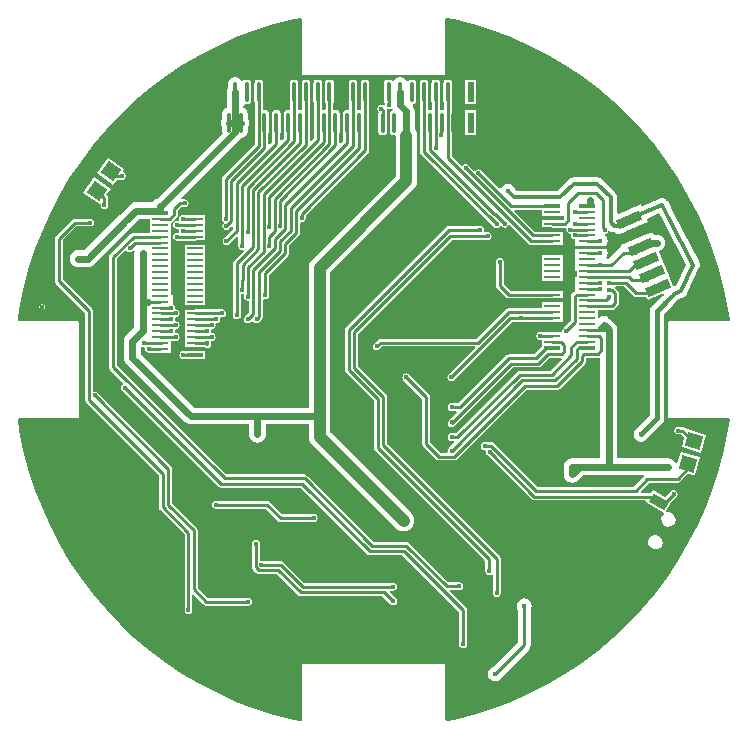
<source format=gtl>
%FSLAX44Y44*%
%MOMM*%
G71*
G01*
G75*
G04 Layer_Physical_Order=1*
G04 Layer_Color=255*
%ADD10R,1.3500X0.3000*%
%ADD11R,1.3500X0.2500*%
%ADD12R,0.5000X1.7000*%
G04:AMPARAMS|DCode=13|XSize=0.32mm|YSize=1.7mm|CornerRadius=0.08mm|HoleSize=0mm|Usage=FLASHONLY|Rotation=0.000|XOffset=0mm|YOffset=0mm|HoleType=Round|Shape=RoundedRectangle|*
%AMROUNDEDRECTD13*
21,1,0.3200,1.5400,0,0,0.0*
21,1,0.1600,1.7000,0,0,0.0*
1,1,0.1600,0.0800,-0.7700*
1,1,0.1600,-0.0800,-0.7700*
1,1,0.1600,-0.0800,0.7700*
1,1,0.1600,0.0800,0.7700*
%
%ADD13ROUNDEDRECTD13*%
G04:AMPARAMS|DCode=14|XSize=1.5mm|YSize=0.8mm|CornerRadius=0mm|HoleSize=0mm|Usage=FLASHONLY|Rotation=330.000|XOffset=0mm|YOffset=0mm|HoleType=Round|Shape=Rectangle|*
%AMROTATEDRECTD14*
4,1,4,-0.8495,0.0286,-0.4495,0.7214,0.8495,-0.0286,0.4495,-0.7214,-0.8495,0.0286,0.0*
%
%ADD14ROTATEDRECTD14*%

G04:AMPARAMS|DCode=15|XSize=1.5mm|YSize=1mm|CornerRadius=0mm|HoleSize=0mm|Usage=FLASHONLY|Rotation=240.000|XOffset=0mm|YOffset=0mm|HoleType=Round|Shape=Rectangle|*
%AMROTATEDRECTD15*
4,1,4,-0.0580,0.8995,0.8080,0.3995,0.0580,-0.8995,-0.8080,-0.3995,-0.0580,0.8995,0.0*
%
%ADD15ROTATEDRECTD15*%

G04:AMPARAMS|DCode=16|XSize=3mm|YSize=2.1mm|CornerRadius=0mm|HoleSize=0mm|Usage=FLASHONLY|Rotation=203.500|XOffset=0mm|YOffset=0mm|HoleType=Round|Shape=Rectangle|*
%AMROTATEDRECTD16*
4,1,4,0.9569,1.5610,1.7943,-0.3648,-0.9569,-1.5610,-1.7943,0.3648,0.9569,1.5610,0.0*
%
%ADD16ROTATEDRECTD16*%

G04:AMPARAMS|DCode=17|XSize=2.1mm|YSize=0.8mm|CornerRadius=0mm|HoleSize=0mm|Usage=FLASHONLY|Rotation=203.500|XOffset=0mm|YOffset=0mm|HoleType=Round|Shape=Rectangle|*
%AMROTATEDRECTD17*
4,1,4,0.8034,0.7855,1.1224,0.0519,-0.8034,-0.7855,-1.1224,-0.0519,0.8034,0.7855,0.0*
%
%ADD17ROTATEDRECTD17*%

G04:AMPARAMS|DCode=18|XSize=1.2954mm|YSize=1.1938mm|CornerRadius=0mm|HoleSize=0mm|Usage=FLASHONLY|Rotation=344.000|XOffset=0mm|YOffset=0mm|HoleType=Round|Shape=Rectangle|*
%AMROTATEDRECTD18*
4,1,4,-0.7871,-0.3952,-0.4581,0.7523,0.7871,0.3952,0.4581,-0.7523,-0.7871,-0.3952,0.0*
%
%ADD18ROTATEDRECTD18*%

G04:AMPARAMS|DCode=19|XSize=1.2954mm|YSize=1.1938mm|CornerRadius=0mm|HoleSize=0mm|Usage=FLASHONLY|Rotation=325.000|XOffset=0mm|YOffset=0mm|HoleType=Round|Shape=Rectangle|*
%AMROTATEDRECTD19*
4,1,4,-0.8729,-0.1175,-0.1882,0.8605,0.8729,0.1175,0.1882,-0.8605,-0.8729,-0.1175,0.0*
%
%ADD19ROTATEDRECTD19*%

%ADD20C,0.6000*%
%ADD21C,0.2540*%
%ADD22C,1.0000*%
%ADD23C,0.4000*%
%ADD24C,0.3000*%
G04:AMPARAMS|DCode=25|XSize=4mm|YSize=4mm|CornerRadius=2mm|HoleSize=0mm|Usage=FLASHONLY|Rotation=0.000|XOffset=0mm|YOffset=0mm|HoleType=Round|Shape=RoundedRectangle|*
%AMROUNDEDRECTD25*
21,1,4.0000,0.0000,0,0,0.0*
21,1,0.0000,4.0000,0,0,0.0*
1,1,4.0000,0.0000,0.0000*
1,1,4.0000,0.0000,0.0000*
1,1,4.0000,0.0000,0.0000*
1,1,4.0000,0.0000,0.0000*
%
%ADD25ROUNDEDRECTD25*%
%ADD26C,0.0254*%
%ADD27C,0.4500*%
G36*
X-60698Y297114D02*
Y250000D01*
X-60494Y249506D01*
X-60000Y249302D01*
X60000D01*
X60494Y249506D01*
X60698Y250000D01*
Y297114D01*
X61680Y297919D01*
X67724Y296717D01*
X84254Y292453D01*
X100520Y287269D01*
X116469Y281181D01*
X132051Y274208D01*
X147219Y266372D01*
X161923Y257699D01*
X176117Y248214D01*
X189758Y237949D01*
X202801Y226935D01*
X215206Y215206D01*
X226935Y202801D01*
X237949Y189758D01*
X248214Y176117D01*
X257699Y161923D01*
X266372Y147219D01*
X274208Y132051D01*
X281181Y116469D01*
X287269Y100520D01*
X292453Y84254D01*
X296717Y67724D01*
X300048Y50980D01*
X301364Y41657D01*
X300531Y40698D01*
X250000D01*
X249506Y40494D01*
X249302Y40000D01*
Y-40000D01*
X249506Y-40494D01*
X250000Y-40698D01*
X300531D01*
X301364Y-41657D01*
X300048Y-50980D01*
X296717Y-67724D01*
X292453Y-84254D01*
X287269Y-100520D01*
X281181Y-116469D01*
X274208Y-132051D01*
X266372Y-147219D01*
X257699Y-161923D01*
X248214Y-176117D01*
X237949Y-189758D01*
X226935Y-202801D01*
X215206Y-215206D01*
X202801Y-226935D01*
X189758Y-237949D01*
X176117Y-248214D01*
X161923Y-257699D01*
X147219Y-266372D01*
X132051Y-274208D01*
X116469Y-281181D01*
X100520Y-287269D01*
X84254Y-292453D01*
X67724Y-296717D01*
X61680Y-297919D01*
X60698Y-297114D01*
Y-250000D01*
X60494Y-249506D01*
X60000Y-249302D01*
X-60000D01*
X-60494Y-249506D01*
X-60698Y-250000D01*
Y-297114D01*
X-61680Y-297919D01*
X-67724Y-296717D01*
X-84254Y-292453D01*
X-100520Y-287269D01*
X-116469Y-281181D01*
X-132051Y-274208D01*
X-147219Y-266372D01*
X-161923Y-257699D01*
X-176117Y-248214D01*
X-189758Y-237949D01*
X-202801Y-226935D01*
X-215206Y-215206D01*
X-226935Y-202801D01*
X-237949Y-189758D01*
X-248214Y-176117D01*
X-257699Y-161923D01*
X-266372Y-147219D01*
X-274208Y-132051D01*
X-281181Y-116469D01*
X-287269Y-100520D01*
X-292453Y-84254D01*
X-296717Y-67724D01*
X-300048Y-50980D01*
X-301364Y-41657D01*
X-300531Y-40698D01*
X-250000D01*
X-249506Y-40494D01*
X-249302Y-40000D01*
Y40000D01*
X-249506Y40494D01*
X-250000Y40698D01*
X-300531D01*
X-301364Y41657D01*
X-300048Y50980D01*
X-296717Y67724D01*
X-292453Y84254D01*
X-287269Y100520D01*
X-281181Y116469D01*
X-274208Y132051D01*
X-266372Y147219D01*
X-257699Y161923D01*
X-248214Y176117D01*
X-237949Y189758D01*
X-226935Y202801D01*
X-215206Y215206D01*
X-202801Y226935D01*
X-189758Y237949D01*
X-176117Y248214D01*
X-161923Y257699D01*
X-147219Y266372D01*
X-132051Y274208D01*
X-116469Y281181D01*
X-100520Y287269D01*
X-84254Y292453D01*
X-67724Y296717D01*
X-61680Y297919D01*
X-60698Y297114D01*
D02*
G37*
%LPC*%
G36*
X160000Y56750D02*
X142500D01*
Y51834D01*
X114279D01*
X113004Y51580D01*
X111922Y50858D01*
X87259Y26194D01*
X5789D01*
X4514Y25940D01*
X3432Y25217D01*
X182Y21968D01*
X-540Y20886D01*
X-794Y19611D01*
X-540Y18335D01*
X182Y17253D01*
X1264Y16530D01*
X2540Y16277D01*
X3816Y16530D01*
X4897Y17253D01*
X7170Y19526D01*
X85351D01*
X85837Y18353D01*
X63393Y-4092D01*
X62670Y-5174D01*
X62416Y-6450D01*
X62670Y-7726D01*
X63393Y-8808D01*
X64474Y-9530D01*
X65750Y-9784D01*
X67026Y-9530D01*
X68108Y-8808D01*
X117081Y40166D01*
X151250D01*
X151673Y40250D01*
X160000D01*
Y45250D01*
Y50250D01*
Y56750D01*
D02*
G37*
G36*
X261206Y-48338D02*
X257810D01*
X256534Y-48592D01*
X255452Y-49315D01*
X254730Y-50397D01*
X254476Y-51673D01*
X254730Y-52948D01*
X255452Y-54030D01*
X256534Y-54753D01*
X257810Y-55006D01*
X259825D01*
X263085Y-58266D01*
X260939Y-65751D01*
X277236Y-70424D01*
X281629Y-55104D01*
X265332Y-50431D01*
X265332Y-50430D01*
X265332Y-50430D01*
X264814Y-50565D01*
X263564Y-49315D01*
X262482Y-48592D01*
X261206Y-48338D01*
D02*
G37*
G36*
X-142500Y15750D02*
X-160000D01*
Y15584D01*
X-161290D01*
X-162566Y15330D01*
X-163647Y14607D01*
X-164370Y13526D01*
X-164624Y12250D01*
X-164370Y10974D01*
X-163647Y9893D01*
X-162566Y9170D01*
X-161290Y8916D01*
X-160000D01*
Y8750D01*
X-142500D01*
Y15750D01*
D02*
G37*
G36*
X-280670Y55736D02*
X-281587Y55554D01*
X-282364Y55034D01*
X-282884Y54257D01*
X-283066Y53340D01*
X-282884Y52423D01*
X-282364Y51646D01*
X-281587Y51126D01*
X-280670Y50944D01*
X-279753Y51126D01*
X-278976Y51646D01*
X-278456Y52423D01*
X-278274Y53340D01*
X-278456Y54257D01*
X-278976Y55034D01*
X-279753Y55554D01*
X-280670Y55736D01*
D02*
G37*
G36*
X-128445Y50834D02*
X-151250D01*
X-151673Y50750D01*
X-160000D01*
Y44250D01*
Y39250D01*
Y34250D01*
Y29250D01*
Y24250D01*
Y19250D01*
X-151673D01*
X-151250Y19166D01*
X-143228D01*
X-142246Y18510D01*
X-140970Y18256D01*
X-139694Y18510D01*
X-138612Y19232D01*
X-137890Y20314D01*
X-137636Y21590D01*
X-137890Y22866D01*
X-138010Y23046D01*
X-137411Y24166D01*
X-137160D01*
X-135884Y24420D01*
X-134803Y25143D01*
X-134080Y26224D01*
X-133826Y27500D01*
X-134080Y28776D01*
X-134803Y29857D01*
X-135884Y30580D01*
X-137160Y30834D01*
X-137890Y31224D01*
X-137890D01*
X-137636Y32500D01*
X-137890Y33776D01*
X-137890Y33776D01*
D01*
X-137160Y34166D01*
X-135884Y34420D01*
X-134803Y35143D01*
X-134080Y36224D01*
X-133826Y37500D01*
X-134080Y38776D01*
X-134080Y38776D01*
D01*
X-133270Y39166D01*
X-131994Y39420D01*
X-130913Y40142D01*
X-130190Y41224D01*
X-129936Y42500D01*
X-130072Y43184D01*
X-129266Y44166D01*
X-128445D01*
X-127169Y44420D01*
X-126088Y45142D01*
X-125365Y46224D01*
X-125111Y47500D01*
X-125365Y48776D01*
X-126088Y49858D01*
X-127169Y50580D01*
X-128445Y50834D01*
D02*
G37*
G36*
X-89994Y-111066D02*
X-133740D01*
X-135015Y-111320D01*
X-136097Y-112043D01*
X-136820Y-113124D01*
X-137074Y-114400D01*
X-136820Y-115676D01*
X-136097Y-116757D01*
X-135015Y-117480D01*
X-133740Y-117734D01*
X-91375D01*
X-81021Y-128088D01*
X-81021D01*
X-81021Y-128088D01*
X-81021Y-128088D01*
Y-128088D01*
X-79940Y-128810D01*
X-78664Y-129064D01*
X-50800D01*
X-49524Y-128810D01*
X-48443Y-128088D01*
X-47720Y-127006D01*
X-47466Y-125730D01*
X-47720Y-124454D01*
X-48443Y-123372D01*
X-49524Y-122650D01*
X-50800Y-122396D01*
X-77283D01*
X-87636Y-112043D01*
X-88718Y-111320D01*
X-89994Y-111066D01*
D02*
G37*
G36*
X-240030Y127794D02*
X-253170D01*
X-254446Y127540D01*
X-255527Y126818D01*
X-269058Y113287D01*
X-269780Y112206D01*
X-270034Y110930D01*
Y75120D01*
X-269780Y73844D01*
X-269058Y72762D01*
X-269058Y72762D01*
X-269058Y72762D01*
X-244094Y47799D01*
Y-25924D01*
X-243840Y-27200D01*
X-243118Y-28282D01*
X-181723Y-89676D01*
Y-116482D01*
X-181470Y-117758D01*
X-180747Y-118840D01*
X-180747Y-118840D01*
X-180747Y-118840D01*
X-160211Y-139375D01*
Y-203803D01*
X-159957Y-205079D01*
X-159235Y-206160D01*
X-158153Y-206883D01*
X-156877Y-207137D01*
X-155601Y-206883D01*
X-154520Y-206160D01*
X-153797Y-205079D01*
X-153543Y-203803D01*
Y-191309D01*
X-152370Y-190823D01*
X-144366Y-198827D01*
X-143285Y-199549D01*
X-143284Y-199549D01*
X-143284Y-199549D01*
D01*
X-143284Y-199549D01*
X-143284Y-199549D01*
X-142008Y-199803D01*
X-106221D01*
X-104945Y-199549D01*
X-103863Y-198827D01*
X-103140Y-197745D01*
X-102886Y-196469D01*
X-103140Y-195193D01*
X-103863Y-194111D01*
X-104945Y-193389D01*
X-106221Y-193135D01*
X-140627D01*
X-149003Y-184759D01*
Y-136114D01*
X-149257Y-134838D01*
X-149980Y-133756D01*
X-170515Y-113221D01*
Y-84301D01*
X-170769Y-83025D01*
X-171492Y-81944D01*
X-233862Y-19573D01*
X-234944Y-18850D01*
X-236220Y-18596D01*
X-236444Y-18641D01*
X-237426Y-17835D01*
Y49180D01*
X-237680Y50456D01*
X-238403Y51537D01*
X-263366Y76501D01*
Y109549D01*
X-251789Y121126D01*
X-240030D01*
X-238754Y121380D01*
X-237673Y122102D01*
X-236950Y123184D01*
X-236696Y124460D01*
X-236950Y125736D01*
X-237673Y126818D01*
X-238754Y127540D01*
X-240030Y127794D01*
D02*
G37*
G36*
X127381Y-193825D02*
X124942Y-194310D01*
X122875Y-195692D01*
X121494Y-197759D01*
X121009Y-200198D01*
X121494Y-202637D01*
X122008Y-203406D01*
Y-231117D01*
X101494Y-251631D01*
X100587Y-251811D01*
X98519Y-253193D01*
X97138Y-255260D01*
X96653Y-257699D01*
X97138Y-260137D01*
X98519Y-262205D01*
X100587Y-263586D01*
X103025Y-264071D01*
X105464Y-263586D01*
X107531Y-262205D01*
X108913Y-260137D01*
X109093Y-259230D01*
X131180Y-237142D01*
X131180Y-237143D01*
X131180Y-237142D01*
X132345Y-235399D01*
X132754Y-233343D01*
Y-203406D01*
X133268Y-202637D01*
X133753Y-200198D01*
X133268Y-197759D01*
X131887Y-195692D01*
X129820Y-194310D01*
X127381Y-193825D01*
D02*
G37*
G36*
X-99790Y-143986D02*
X-101066Y-144240D01*
X-102148Y-144963D01*
X-102870Y-146044D01*
X-103124Y-147320D01*
Y-166980D01*
X-102870Y-168256D01*
X-102148Y-169338D01*
X-102148Y-169338D01*
X-102148Y-169338D01*
X-99488Y-171998D01*
X-98406Y-172720D01*
X-97130Y-172974D01*
X-82072D01*
X-64366Y-190680D01*
D01*
X-64366D01*
Y-190680D01*
D01*
X-64366D01*
Y-190680D01*
X-64366D01*
X-64366Y-190680D01*
Y-190680D01*
X-64366Y-190680D01*
Y-190680D01*
X-63284Y-191403D01*
X-62008Y-191657D01*
X7283D01*
X13993Y-198367D01*
X15075Y-199090D01*
X16351Y-199343D01*
X17626Y-199090D01*
X18708Y-198367D01*
X19431Y-197285D01*
X19684Y-196010D01*
X19431Y-194734D01*
X18708Y-193652D01*
X13346Y-188290D01*
X13832Y-187117D01*
X16351D01*
X17626Y-186863D01*
X18708Y-186140D01*
X19431Y-185059D01*
X19684Y-183783D01*
X19431Y-182507D01*
X18708Y-181425D01*
X17626Y-180702D01*
X16351Y-180449D01*
X-58747D01*
X-76453Y-162743D01*
X-77535Y-162020D01*
X-78811Y-161766D01*
X-95250D01*
X-95474Y-161810D01*
X-96456Y-161005D01*
Y-147320D01*
X-96710Y-146044D01*
X-97432Y-144963D01*
X-98514Y-144240D01*
X-99790Y-143986D01*
D02*
G37*
G36*
X239256Y-140077D02*
X236875Y-140234D01*
X234734Y-141289D01*
X233160Y-143084D01*
X232393Y-145344D01*
X232549Y-147726D01*
X233605Y-149867D01*
X235399Y-151441D01*
X237659Y-152208D01*
X240041Y-152052D01*
X242182Y-150996D01*
X243756Y-149201D01*
X244523Y-146941D01*
X244367Y-144559D01*
X243311Y-142419D01*
X241517Y-140845D01*
X239256Y-140077D01*
D02*
G37*
G36*
X90170Y121444D02*
X63429D01*
X62154Y121190D01*
X61072Y120468D01*
X-23407Y35988D01*
X-24130Y34906D01*
X-24384Y33630D01*
Y-190D01*
X-24130Y-1465D01*
X-23407Y-2547D01*
X-23407Y-2547D01*
X-23407Y-2547D01*
X161Y-26116D01*
Y-66167D01*
X415Y-67443D01*
X1138Y-68524D01*
X1138Y-68524D01*
X1138Y-68524D01*
X94456Y-161843D01*
Y-170609D01*
X94710Y-171885D01*
X95433Y-172967D01*
X96514Y-173690D01*
X97790Y-173944D01*
X99066Y-173690D01*
X99686Y-173276D01*
X100806Y-173874D01*
Y-189175D01*
X101060Y-190451D01*
X101783Y-191533D01*
X102864Y-192256D01*
X104140Y-192509D01*
X105416Y-192256D01*
X106497Y-191533D01*
X107220Y-190451D01*
X107474Y-189175D01*
Y-160391D01*
X107220Y-159115D01*
X106497Y-158034D01*
X11369Y-62905D01*
Y-22854D01*
X11116Y-21579D01*
X10393Y-20497D01*
X-13176Y3072D01*
Y30369D01*
X66151Y109696D01*
X96425D01*
X97700Y109950D01*
X98782Y110673D01*
X99505Y111754D01*
X99759Y113030D01*
X99505Y114306D01*
X98782Y115387D01*
X97700Y116110D01*
X96425Y116364D01*
X94158D01*
X93352Y117346D01*
X93504Y118110D01*
X93250Y119386D01*
X92528Y120468D01*
X91446Y121190D01*
X90170Y121444D01*
D02*
G37*
G36*
X-6700Y245555D02*
X-8300D01*
X-9392Y245338D01*
X-10319Y244719D01*
X-10938Y243792D01*
X-11155Y242700D01*
Y227300D01*
X-10938Y226208D01*
X-10834Y226053D01*
Y220266D01*
X-11700Y219555D01*
X-13300D01*
X-14166Y220266D01*
Y226053D01*
X-14062Y226208D01*
X-13845Y227300D01*
Y242700D01*
X-14062Y243792D01*
X-14681Y244719D01*
X-15608Y245338D01*
X-16700Y245555D01*
X-18300D01*
X-19392Y245338D01*
X-20319Y244719D01*
X-20938Y243792D01*
X-21155Y242700D01*
Y227300D01*
X-20938Y226208D01*
X-20834Y226053D01*
Y220266D01*
X-21700Y219555D01*
X-23300D01*
X-24392Y219338D01*
X-25319Y218719D01*
X-25938Y217792D01*
X-26155Y216700D01*
Y201300D01*
X-25938Y200208D01*
X-25834Y200053D01*
Y193285D01*
X-27993Y191126D01*
X-29166Y191612D01*
Y200053D01*
X-29062Y200208D01*
X-28845Y201300D01*
Y216700D01*
X-29062Y217792D01*
X-29681Y218719D01*
X-30608Y219338D01*
X-31700Y219555D01*
X-33300D01*
X-34166Y220266D01*
Y226053D01*
X-34062Y226208D01*
X-33845Y227300D01*
Y242700D01*
X-34062Y243792D01*
X-34681Y244719D01*
X-35608Y245338D01*
X-36700Y245555D01*
X-38300D01*
X-39392Y245338D01*
X-40319Y244719D01*
X-40938Y243792D01*
X-41155Y242700D01*
Y227300D01*
X-40938Y226208D01*
X-40834Y226053D01*
Y220266D01*
X-41700Y219555D01*
X-43300D01*
X-44166Y220266D01*
Y226053D01*
X-44062Y226208D01*
X-43845Y227300D01*
Y242700D01*
X-44062Y243792D01*
X-44681Y244719D01*
X-45608Y245338D01*
X-46700Y245555D01*
X-48300D01*
X-49392Y245338D01*
X-50319Y244719D01*
X-50938Y243792D01*
X-51155Y242700D01*
Y227300D01*
X-50938Y226208D01*
X-50834Y226053D01*
Y195363D01*
X-52993Y193204D01*
X-54166Y193690D01*
Y226053D01*
X-54062Y226208D01*
X-53845Y227300D01*
Y242700D01*
X-54062Y243792D01*
X-54681Y244719D01*
X-55608Y245338D01*
X-56700Y245555D01*
X-58300D01*
X-59392Y245338D01*
X-60319Y244719D01*
X-60938Y243792D01*
X-61155Y242700D01*
Y227300D01*
X-60938Y226208D01*
X-60834Y226053D01*
Y220266D01*
X-61700Y219555D01*
X-63300D01*
X-64166Y220266D01*
Y226053D01*
X-64062Y226208D01*
X-63845Y227300D01*
Y242700D01*
X-64062Y243792D01*
X-64681Y244719D01*
X-65607Y245338D01*
X-66700Y245555D01*
X-68300D01*
X-69392Y245338D01*
X-70319Y244719D01*
X-70938Y243792D01*
X-71155Y242700D01*
Y227300D01*
X-70938Y226208D01*
X-70834Y226053D01*
Y220266D01*
X-71700Y219555D01*
X-73300D01*
X-74392Y219338D01*
X-75319Y218719D01*
X-75938Y217792D01*
X-76155Y216700D01*
Y201300D01*
X-75938Y200208D01*
X-75834Y200053D01*
Y196045D01*
X-77993Y193886D01*
X-79166Y194372D01*
Y200053D01*
X-79062Y200208D01*
X-78845Y201300D01*
Y216700D01*
X-79062Y217792D01*
X-79681Y218719D01*
X-80608Y219338D01*
X-81700Y219555D01*
X-83300D01*
X-84392Y219338D01*
X-85319Y218719D01*
X-85938Y217792D01*
X-86155Y216700D01*
Y201300D01*
X-85938Y200208D01*
X-85834Y200053D01*
Y192465D01*
X-87993Y190307D01*
X-89166Y190793D01*
Y200053D01*
X-89062Y200208D01*
X-88845Y201300D01*
Y216700D01*
X-89062Y217792D01*
X-89681Y218719D01*
X-90607Y219338D01*
X-91700Y219555D01*
X-93300D01*
X-94166Y220266D01*
Y226053D01*
X-94062Y226208D01*
X-93845Y227300D01*
Y242700D01*
X-94062Y243792D01*
X-94681Y244719D01*
X-95608Y245338D01*
X-96700Y245555D01*
X-98300D01*
X-99392Y245338D01*
X-100319Y244719D01*
X-100938Y243792D01*
X-101155Y242700D01*
Y227300D01*
X-100938Y226208D01*
X-100834Y226053D01*
Y190306D01*
X-127388Y163753D01*
X-128110Y162671D01*
X-128364Y161395D01*
Y127761D01*
X-128110Y126485D01*
X-127388Y125403D01*
X-127197Y125276D01*
X-127073Y124013D01*
X-127098Y123988D01*
X-127821Y122906D01*
X-128074Y121630D01*
X-127821Y120354D01*
X-127098Y119273D01*
X-126016Y118550D01*
X-124740Y118296D01*
X-123464Y118550D01*
X-122383Y119273D01*
X-120457Y121198D01*
X-119284Y120712D01*
Y118906D01*
X-127063Y111127D01*
X-127785Y110045D01*
X-128039Y108770D01*
X-127785Y107494D01*
X-127063Y106412D01*
X-125981Y105689D01*
X-124705Y105436D01*
X-123429Y105689D01*
X-122347Y106412D01*
X-115917Y112842D01*
X-114744Y112356D01*
Y104637D01*
X-114490Y103362D01*
X-113767Y102280D01*
X-112686Y101557D01*
X-111410Y101303D01*
X-110737Y101437D01*
X-110138Y100317D01*
X-118225Y92230D01*
X-118948Y91148D01*
X-119202Y89872D01*
Y45964D01*
X-118948Y44688D01*
X-118225Y43606D01*
X-117143Y42883D01*
X-115868Y42629D01*
X-114592Y42883D01*
X-113510Y43606D01*
X-112787Y44688D01*
X-112534Y45964D01*
Y63829D01*
X-111552Y64635D01*
X-111183Y64562D01*
X-110806Y64637D01*
X-109824Y63831D01*
Y61761D01*
X-109570Y60486D01*
X-108848Y59404D01*
X-107766Y58681D01*
X-106490Y58428D01*
X-106266Y58472D01*
X-105284Y57666D01*
Y48421D01*
X-108848Y44858D01*
X-109570Y43776D01*
X-109824Y42500D01*
X-109570Y41224D01*
X-108848Y40142D01*
X-107766Y39420D01*
X-106490Y39166D01*
X-105214Y39420D01*
X-104132Y40142D01*
X-103213Y41062D01*
X-101949Y40938D01*
X-101418Y40142D01*
X-100336Y39420D01*
X-99060Y39166D01*
X-97784Y39420D01*
X-96702Y40142D01*
X-95052Y41792D01*
X-94330Y42874D01*
X-94076Y44150D01*
Y59130D01*
X-93094Y59936D01*
X-92040Y59726D01*
X-90764Y59980D01*
X-89682Y60703D01*
X-88960Y61784D01*
X-88706Y63060D01*
Y80169D01*
X-72382Y96493D01*
X-71660Y97574D01*
X-71406Y98850D01*
Y105269D01*
X-63414Y113261D01*
X-62691Y114343D01*
X-62691Y114343D01*
X-62691Y114343D01*
X-62437Y115619D01*
Y124229D01*
X-61456Y125035D01*
X-60960Y124936D01*
X-59684Y125190D01*
X-58602Y125913D01*
X-57880Y126994D01*
X-57626Y128270D01*
Y130699D01*
X-5142Y183183D01*
X-5142Y183183D01*
X-5142Y183183D01*
X-4420Y184264D01*
X-4166Y185540D01*
Y226053D01*
X-4062Y226208D01*
X-3845Y227300D01*
Y242700D01*
X-4062Y243792D01*
X-4681Y244719D01*
X-5608Y245338D01*
X-6700Y245555D01*
D02*
G37*
G36*
X86500Y219500D02*
X77500D01*
Y198500D01*
X86500D01*
Y219500D01*
D02*
G37*
G36*
X-225237Y179096D02*
X-234379Y166040D01*
X-220491Y156316D01*
X-217491Y160601D01*
X-213317D01*
X-212041Y160855D01*
X-210960Y161577D01*
X-210237Y162659D01*
X-209983Y163935D01*
X-210237Y165211D01*
X-210960Y166292D01*
X-211939Y166947D01*
X-212173Y168195D01*
X-211350Y169372D01*
X-225237Y179096D01*
D02*
G37*
G36*
X23300Y247594D02*
X21700D01*
X19827Y247222D01*
X18239Y246161D01*
X17179Y244573D01*
X17098Y244168D01*
X15852Y243920D01*
X15319Y244719D01*
X14392Y245338D01*
X13300Y245555D01*
X11700D01*
X10608Y245338D01*
X9681Y244719D01*
X9062Y243792D01*
X8845Y242700D01*
Y227300D01*
X9062Y226208D01*
X9166Y226053D01*
Y223977D01*
X8399Y223567D01*
X7909Y223470D01*
X7601Y223676D01*
X6326Y223930D01*
X5050Y223676D01*
X3968Y222953D01*
X3245Y221871D01*
X2991Y220595D01*
X3245Y219320D01*
X3968Y218238D01*
X4166Y218040D01*
Y217947D01*
X4062Y217792D01*
X3845Y216700D01*
Y201300D01*
X4062Y200208D01*
X4681Y199281D01*
X5608Y198662D01*
X6700Y198445D01*
X8300D01*
X9392Y198662D01*
X10319Y199281D01*
X10938Y200208D01*
X11155Y201300D01*
Y216700D01*
X10938Y217792D01*
X10834Y217947D01*
Y219421D01*
X10789Y219650D01*
X11687Y220548D01*
X12500Y220386D01*
X13776Y220640D01*
X14825Y221341D01*
X14943Y221305D01*
X16237Y220441D01*
X15652Y219346D01*
X15608Y219338D01*
X14681Y218719D01*
X14062Y217792D01*
X13845Y216700D01*
Y201300D01*
X14062Y200208D01*
X14681Y199281D01*
X15608Y198662D01*
X16700Y198445D01*
X18300D01*
X18300Y198445D01*
D01*
X18422Y198120D01*
Y163340D01*
X-52139Y92779D01*
X-53582Y90899D01*
X-54488Y88709D01*
X-54798Y86360D01*
Y-32310D01*
X-152015D01*
X-197410Y13084D01*
Y19291D01*
X-196290Y19890D01*
X-195586Y19420D01*
X-194414Y19187D01*
X-193709Y18131D01*
X-193834Y17500D01*
X-193580Y16224D01*
X-192857Y15143D01*
X-191776Y14420D01*
X-190500Y14166D01*
X-180750D01*
X-180327Y14250D01*
X-172000D01*
Y19250D01*
Y24166D01*
X-167640D01*
X-166364Y24420D01*
X-165282Y25143D01*
X-164560Y26224D01*
X-164306Y27500D01*
X-164560Y28776D01*
X-165282Y29857D01*
X-166364Y30580D01*
X-167640Y30834D01*
X-168440Y31224D01*
X-168440D01*
X-168186Y32500D01*
X-168440Y33776D01*
X-168440Y33776D01*
D01*
X-167640Y34166D01*
X-166364Y34420D01*
X-165282Y35143D01*
X-164560Y36224D01*
X-164306Y37500D01*
X-164560Y38776D01*
X-165282Y39857D01*
X-166364Y40580D01*
X-167640Y40834D01*
X-168440Y41224D01*
X-168440D01*
X-168186Y42500D01*
X-168440Y43776D01*
X-168440Y43776D01*
D01*
X-167640Y44166D01*
X-166364Y44420D01*
X-165282Y45142D01*
X-164560Y46224D01*
X-164306Y47500D01*
X-164560Y48776D01*
X-165282Y49858D01*
X-166364Y50580D01*
X-167640Y50834D01*
X-168440Y51224D01*
X-168440D01*
X-168186Y52500D01*
X-168440Y53776D01*
X-169163Y54858D01*
X-170000Y55417D01*
Y62750D01*
X-172000D01*
Y64250D01*
Y69250D01*
Y74250D01*
Y79250D01*
Y84250D01*
Y89250D01*
Y94250D01*
Y99250D01*
Y104250D01*
Y109250D01*
Y114250D01*
Y119250D01*
Y124250D01*
Y124309D01*
X-171444Y124420D01*
X-170362Y125142D01*
X-166553Y128953D01*
X-165830Y130034D01*
X-165576Y131310D01*
Y134644D01*
X-162820Y137400D01*
X-159932D01*
X-158657Y137654D01*
X-157575Y138377D01*
X-156852Y139459D01*
X-156598Y140735D01*
X-156852Y142010D01*
X-157575Y143092D01*
X-158657Y143815D01*
X-159932Y144068D01*
X-162799D01*
X-163285Y145242D01*
X-112507Y196020D01*
X-112211Y196406D01*
X-111700D01*
X-109827Y196779D01*
X-108239Y197839D01*
X-107178Y199427D01*
X-106806Y201300D01*
Y204922D01*
X-106385Y205470D01*
X-105680Y207173D01*
X-105440Y209000D01*
X-105680Y210827D01*
X-106385Y212530D01*
X-106806Y213078D01*
Y216700D01*
X-107178Y218573D01*
X-108239Y220161D01*
X-109827Y221222D01*
X-110440Y221343D01*
Y223095D01*
X-109392Y224662D01*
X-108300Y224445D01*
X-106700D01*
X-105607Y224662D01*
X-104681Y225281D01*
X-104062Y226208D01*
X-103845Y227300D01*
Y242700D01*
X-104062Y243792D01*
X-104681Y244719D01*
X-105607Y245338D01*
X-106700Y245555D01*
X-108300D01*
X-109392Y245338D01*
X-110319Y244719D01*
X-110852Y243920D01*
X-112098Y244168D01*
X-112178Y244573D01*
X-113239Y246161D01*
X-114827Y247222D01*
X-116700Y247594D01*
X-118300D01*
X-120173Y247222D01*
X-121761Y246161D01*
X-122821Y244573D01*
X-123194Y242700D01*
Y239078D01*
X-123614Y238530D01*
X-124320Y236827D01*
X-124560Y235000D01*
Y221343D01*
X-125173Y221222D01*
X-126761Y220161D01*
X-127821Y218573D01*
X-128194Y216700D01*
Y213078D01*
X-128614Y212530D01*
X-129320Y210827D01*
X-129560Y209000D01*
X-129320Y207173D01*
X-128614Y205470D01*
X-128194Y204922D01*
Y201300D01*
X-128028Y200468D01*
X-183721Y144776D01*
X-184280Y144544D01*
X-185742Y143422D01*
X-186864Y141960D01*
X-186980Y141680D01*
X-201478D01*
X-203305Y141440D01*
X-205008Y140735D01*
X-206470Y139612D01*
X-214860Y131222D01*
X-245042Y101040D01*
X-250385D01*
X-252213Y100800D01*
X-253916Y100094D01*
X-255378Y98972D01*
X-256500Y97510D01*
X-257205Y95807D01*
X-257446Y93980D01*
X-257205Y92153D01*
X-256500Y90450D01*
X-255378Y88988D01*
X-253916Y87865D01*
X-252213Y87160D01*
X-250385Y86920D01*
X-242118D01*
X-240290Y87160D01*
X-238587Y87865D01*
X-237125Y88988D01*
X-204875Y121238D01*
X-198553Y127560D01*
X-191500D01*
Y127250D01*
X-189500D01*
Y124250D01*
Y119250D01*
Y115834D01*
X-203399D01*
X-204675Y115580D01*
X-205756Y114858D01*
X-223153Y97461D01*
X-223876Y96379D01*
X-224129Y95104D01*
Y2360D01*
X-223876Y1085D01*
X-223153Y3D01*
X-212141Y-11009D01*
X-212265Y-12273D01*
X-213178Y-12882D01*
X-213900Y-13964D01*
X-214154Y-15240D01*
X-213900Y-16516D01*
X-213178Y-17598D01*
X-131769Y-99006D01*
D01*
X-131769D01*
Y-99006D01*
D01*
X-131769D01*
Y-99006D01*
X-131769D01*
X-131769Y-99006D01*
Y-99006D01*
X-131769Y-99006D01*
Y-99006D01*
X-130687Y-99729D01*
X-129412Y-99983D01*
X-61737D01*
X-5692Y-156027D01*
X-5692D01*
X-5692Y-156028D01*
X-5692D01*
X-5692Y-156028D01*
Y-156028D01*
X-5691Y-156028D01*
Y-156028D01*
X-4610Y-156750D01*
X-3334Y-157004D01*
X24119D01*
X72315Y-205200D01*
Y-232404D01*
X72569Y-233680D01*
X73292Y-234761D01*
X74373Y-235484D01*
X75649Y-235738D01*
X76925Y-235484D01*
X78007Y-234761D01*
X78730Y-233680D01*
X78983Y-232404D01*
Y-203819D01*
X78730Y-202543D01*
X78007Y-201462D01*
X64454Y-187909D01*
X64940Y-186736D01*
X72390D01*
X73666Y-186482D01*
X74748Y-185759D01*
X75470Y-184678D01*
X75724Y-183402D01*
X75470Y-182126D01*
X74748Y-181044D01*
X73666Y-180322D01*
X72390Y-180068D01*
X63033D01*
X29738Y-146772D01*
X28656Y-146050D01*
X27380Y-145796D01*
X-72D01*
X-56118Y-89751D01*
X-57199Y-89028D01*
X-58475Y-88774D01*
X-124945D01*
X-217461Y3741D01*
Y93722D01*
X-210313Y100871D01*
X-209049Y100746D01*
X-208922Y100556D01*
X-207840Y99834D01*
X-206564Y99580D01*
X-205289Y99834D01*
X-204207Y100556D01*
X-203580Y101184D01*
X-202441Y100622D01*
X-202646Y99060D01*
Y57500D01*
Y53684D01*
Y35939D01*
X-209462Y29122D01*
X-210585Y27660D01*
X-211290Y25957D01*
X-211530Y24130D01*
Y10160D01*
X-211530Y10160D01*
X-211530D01*
X-211290Y8333D01*
X-210585Y6630D01*
X-209462Y5168D01*
X-159932Y-44362D01*
X-158470Y-45484D01*
X-156767Y-46190D01*
X-154940Y-46430D01*
X-105485D01*
Y-54864D01*
X-105245Y-56691D01*
X-104539Y-58394D01*
X-103417Y-59856D01*
X-101955Y-60978D01*
X-100252Y-61684D01*
X-98425Y-61924D01*
X-96598Y-61684D01*
X-94895Y-60978D01*
X-93433Y-59856D01*
X-92310Y-58394D01*
X-91605Y-56691D01*
X-91365Y-54864D01*
Y-46430D01*
X-54798D01*
Y-56769D01*
X-54798Y-56769D01*
X-54798D01*
X-54488Y-59118D01*
X-53582Y-61308D01*
X-52139Y-63188D01*
X14282Y-129609D01*
X14282Y-129609D01*
X18981Y-134308D01*
X20861Y-135751D01*
X23051Y-136657D01*
X25400Y-136967D01*
X27749Y-136657D01*
X29939Y-135751D01*
X31819Y-134308D01*
X33261Y-132428D01*
X34168Y-130238D01*
X34478Y-127889D01*
X34168Y-125540D01*
X33261Y-123350D01*
X31819Y-121470D01*
X27120Y-116771D01*
X27120Y-116771D01*
X-36642Y-53009D01*
Y82600D01*
X33919Y153161D01*
X35361Y155041D01*
X36268Y157231D01*
X36578Y159580D01*
X36578Y159580D01*
X36578Y159580D01*
Y159580D01*
Y198120D01*
X36268Y200469D01*
X35361Y202659D01*
X34560Y203703D01*
Y209000D01*
Y218670D01*
X34320Y220497D01*
X33614Y222200D01*
X33300Y222610D01*
X33300Y224445D01*
X34392Y224662D01*
X35319Y225281D01*
X35938Y226208D01*
X36155Y227300D01*
Y242700D01*
X35938Y243792D01*
X35319Y244719D01*
X34392Y245338D01*
X33300Y245555D01*
X31700D01*
X30608Y245338D01*
X29681Y244719D01*
X29148Y243920D01*
X27902Y244168D01*
X27822Y244573D01*
X26761Y246161D01*
X25173Y247222D01*
X23300Y247594D01*
D02*
G37*
G36*
X86500Y245500D02*
X77500D01*
Y224500D01*
X86500D01*
Y245500D01*
D02*
G37*
G36*
X63300Y245555D02*
X61700D01*
X60608Y245338D01*
X59681Y244719D01*
X59062Y243792D01*
X58845Y242700D01*
Y227300D01*
X59062Y226208D01*
X59166Y226053D01*
Y220266D01*
X58300Y219555D01*
X56700D01*
X55834Y220266D01*
Y226053D01*
X55938Y226208D01*
X56155Y227300D01*
Y242700D01*
X55938Y243792D01*
X55319Y244719D01*
X54392Y245338D01*
X53300Y245555D01*
X51700D01*
X50608Y245338D01*
X49681Y244719D01*
X49062Y243792D01*
X48845Y242700D01*
Y227300D01*
X49062Y226208D01*
X49166Y226053D01*
Y220266D01*
X48300Y219555D01*
X46700D01*
X45834Y220266D01*
Y226053D01*
X45938Y226208D01*
X46155Y227300D01*
Y242700D01*
X45938Y243792D01*
X45319Y244719D01*
X44392Y245338D01*
X43300Y245555D01*
X41700D01*
X40608Y245338D01*
X39681Y244719D01*
X39062Y243792D01*
X38845Y242700D01*
Y227300D01*
X39062Y226208D01*
X39166Y226053D01*
Y184510D01*
X39420Y183234D01*
X40142Y182152D01*
X101823Y120472D01*
X102904Y119749D01*
X104180Y119496D01*
X105456Y119749D01*
X106538Y120472D01*
X107013Y121184D01*
X108277Y121308D01*
X108442Y121143D01*
X109524Y120420D01*
X110800Y120166D01*
X112076Y120420D01*
X113158Y121143D01*
X113801Y122106D01*
X115065Y122230D01*
X131152Y106143D01*
D01*
X131152D01*
Y106143D01*
D01*
X131152D01*
Y106142D01*
X131152D01*
X131152Y106142D01*
Y106142D01*
X131152Y106142D01*
Y106142D01*
X132234Y105420D01*
X133510Y105166D01*
X151250D01*
X151673Y105250D01*
X160000D01*
Y110250D01*
Y116750D01*
X151673D01*
X151250Y116834D01*
X136312D01*
X118903Y134243D01*
X119389Y135416D01*
X142500D01*
Y135250D01*
Y130250D01*
X160000D01*
Y135250D01*
Y138811D01*
X161215Y139180D01*
X161292Y139065D01*
Y127597D01*
X160529Y126834D01*
X151250D01*
X150827Y126750D01*
X142500D01*
Y120250D01*
X150827D01*
X151250Y120166D01*
X161910D01*
X162306Y120245D01*
X163204Y119347D01*
X163036Y118500D01*
X163290Y117224D01*
X164013Y116143D01*
X165094Y115420D01*
X166370Y115166D01*
X167250Y114776D01*
D01*
X167250Y114776D01*
X166996Y113500D01*
X167250Y112224D01*
X167973Y111143D01*
X169054Y110420D01*
X170000Y110232D01*
Y103250D01*
Y93250D01*
Y83250D01*
X172000D01*
Y80250D01*
Y78750D01*
X170000D01*
Y68250D01*
Y66246D01*
X169419Y65858D01*
X167973Y64411D01*
X167250Y63329D01*
X166996Y62053D01*
Y41656D01*
X160718Y35378D01*
X159995Y34296D01*
X159741Y33020D01*
X159798Y32732D01*
X158993Y31750D01*
X151673D01*
X151250Y31834D01*
X140970D01*
X139694Y31580D01*
X138612Y30858D01*
X137890Y29776D01*
X137636Y28500D01*
X137890Y27224D01*
X138612Y26142D01*
X139694Y25420D01*
X140970Y25166D01*
X142500D01*
Y20250D01*
Y19465D01*
X135989Y12954D01*
X114611D01*
X113335Y12700D01*
X112253Y11977D01*
X71860Y-28416D01*
X65850D01*
X64574Y-28670D01*
X63492Y-29392D01*
X62770Y-30474D01*
X62516Y-31750D01*
X62770Y-33026D01*
X63492Y-34107D01*
X64574Y-34830D01*
X65850Y-35084D01*
X69953D01*
X70439Y-36257D01*
X63492Y-43204D01*
X62770Y-44285D01*
X62516Y-45561D01*
X62770Y-46837D01*
X63492Y-47919D01*
X64574Y-48642D01*
X65850Y-48895D01*
X67126Y-48642D01*
X68208Y-47919D01*
X117872Y1746D01*
X139250D01*
X140526Y2000D01*
X141608Y2722D01*
X149031Y10146D01*
X158853D01*
X159339Y8973D01*
X149350Y-1016D01*
X123659D01*
X122384Y-1270D01*
X121302Y-1992D01*
X69479Y-53816D01*
X65850D01*
X64574Y-54070D01*
X63492Y-54792D01*
X62770Y-55874D01*
X62516Y-57150D01*
X62770Y-58426D01*
X63492Y-59507D01*
X64574Y-60230D01*
X65850Y-60484D01*
X67572D01*
X68057Y-61657D01*
X63492Y-66223D01*
X62770Y-67304D01*
X62516Y-68580D01*
X62668Y-69344D01*
X61862Y-70326D01*
X56565D01*
X47784Y-61545D01*
Y-23400D01*
X47530Y-22124D01*
X46807Y-21042D01*
X29857Y-4092D01*
X28776Y-3370D01*
X27500Y-3116D01*
X26224Y-3370D01*
X25143Y-4092D01*
X24420Y-5174D01*
X24166Y-6450D01*
X24420Y-7726D01*
X25143Y-8808D01*
X41116Y-24781D01*
Y-62926D01*
X41370Y-64202D01*
X42092Y-65284D01*
X42092Y-65284D01*
X42092Y-65284D01*
X52826Y-76017D01*
X52826D01*
X52826Y-76018D01*
X52826Y-76018D01*
Y-76018D01*
X53908Y-76740D01*
X55184Y-76994D01*
X67958D01*
X69234Y-76740D01*
X70316Y-76017D01*
X129029Y-17304D01*
X155040D01*
X156316Y-17050D01*
X157397Y-16328D01*
X178633Y4907D01*
X179355Y5989D01*
X179355Y5989D01*
X179355Y5989D01*
X179609Y7265D01*
Y10067D01*
X179688Y10146D01*
X189624D01*
X190882Y10396D01*
X191864Y9590D01*
Y-75160D01*
X168156D01*
X166329Y-75401D01*
X164626Y-76106D01*
X163164Y-77228D01*
X162041Y-78690D01*
X161336Y-80393D01*
X161096Y-82220D01*
Y-88774D01*
X161336Y-90602D01*
X162041Y-92305D01*
X163164Y-93767D01*
X164626Y-94889D01*
X166329Y-95594D01*
X168156Y-95835D01*
X169983Y-95594D01*
X171686Y-94889D01*
X173148Y-93767D01*
X177634Y-89281D01*
X228504D01*
X228990Y-90454D01*
X220270Y-99174D01*
X138790D01*
X102028Y-62413D01*
X100946Y-61690D01*
X99670Y-61436D01*
X93980D01*
X92704Y-61690D01*
X91622Y-62413D01*
X90900Y-63494D01*
X90646Y-64770D01*
X90900Y-66046D01*
X91622Y-67127D01*
X92704Y-67850D01*
X93980Y-68104D01*
X94570D01*
X95376Y-69086D01*
X95186Y-70040D01*
X95440Y-71316D01*
X96163Y-72397D01*
X133629Y-109864D01*
X134710Y-110586D01*
X135986Y-110840D01*
X229742D01*
X230377Y-111940D01*
X230187Y-112269D01*
X245410Y-121058D01*
X245617Y-122311D01*
X244260Y-123858D01*
X243493Y-126118D01*
X243649Y-128500D01*
X244704Y-130641D01*
X246499Y-132215D01*
X248759Y-132982D01*
X251141Y-132826D01*
X253282Y-131770D01*
X254856Y-129976D01*
X255623Y-127716D01*
X255467Y-125334D01*
X254411Y-123193D01*
X252617Y-121619D01*
X250356Y-120852D01*
X248389Y-120981D01*
X247719Y-119902D01*
X252596Y-111456D01*
X256284Y-107767D01*
X257006Y-106686D01*
X257260Y-105410D01*
X257006Y-104134D01*
X256284Y-103053D01*
X255202Y-102330D01*
X253926Y-102076D01*
X252650Y-102330D01*
X251569Y-103053D01*
X246684Y-107937D01*
X236187Y-101877D01*
X234862Y-104172D01*
X226362D01*
X225875Y-102999D01*
X233119Y-95755D01*
X257260D01*
X258536Y-95501D01*
X259618Y-94778D01*
X259618Y-94778D01*
X259618Y-94778D01*
X266301Y-88095D01*
X271724Y-89649D01*
X276117Y-74329D01*
X259820Y-69656D01*
X256807Y-80163D01*
X255539Y-80235D01*
X254899Y-78690D01*
X253777Y-77228D01*
X252314Y-76106D01*
X250612Y-75401D01*
X248784Y-75160D01*
X205985D01*
Y33885D01*
X205744Y35713D01*
X205039Y37416D01*
X203917Y38878D01*
X203416Y39262D01*
X203032Y39762D01*
X199702Y43092D01*
X198240Y44215D01*
X196537Y44920D01*
X194710Y45160D01*
X192882Y44920D01*
X191180Y44215D01*
X190639Y43800D01*
X189500Y44361D01*
Y45250D01*
Y50166D01*
X201360D01*
X202636Y50420D01*
X203717Y51143D01*
X203717Y51142D01*
X203717Y51143D01*
X206687Y54112D01*
X207410Y55194D01*
X207664Y56470D01*
X207664Y56470D01*
X207664Y56470D01*
Y56470D01*
Y64511D01*
X207410Y65787D01*
X206687Y66869D01*
X204403Y69153D01*
X204890Y70326D01*
X212026D01*
X219939Y62413D01*
X219939D01*
X219939Y62412D01*
X219940Y62412D01*
Y62412D01*
X221021Y61690D01*
X222297Y61436D01*
X230606D01*
X231826Y58631D01*
X245305Y64492D01*
X246020Y63442D01*
X245033Y62455D01*
X244539Y62357D01*
X242472Y60976D01*
X241746Y59889D01*
X235592Y53735D01*
X234265Y51750D01*
X233800Y49409D01*
Y-38900D01*
X222981Y-49719D01*
X221894Y-50444D01*
X220513Y-52512D01*
X220028Y-54950D01*
X220513Y-57389D01*
X221894Y-59457D01*
X223962Y-60838D01*
X226401Y-61323D01*
X228839Y-60838D01*
X230907Y-59457D01*
X231632Y-58370D01*
X244243Y-45760D01*
X245569Y-43775D01*
X245569Y-43775D01*
X245569Y-43775D01*
X246035Y-41434D01*
Y46875D01*
X250397Y51238D01*
X251484Y51964D01*
X252865Y54031D01*
X252963Y54525D01*
X257764Y59326D01*
X262746Y61680D01*
X263434Y62190D01*
X264164Y62639D01*
X264307Y62837D01*
X264504Y62983D01*
X264945Y63718D01*
X265447Y64412D01*
X275607Y86562D01*
X275691Y86914D01*
X275864Y87232D01*
X275942Y87970D01*
X276114Y88691D01*
X276056Y89048D01*
X276095Y89408D01*
X275885Y90119D01*
X275767Y90851D01*
X275578Y91159D01*
X275475Y91507D01*
X254420Y131612D01*
X254420Y131612D01*
X248805Y142307D01*
X248207Y143046D01*
X247649Y143816D01*
X247523Y143893D01*
X247430Y144008D01*
X246595Y144463D01*
X245784Y144960D01*
X245638Y144983D01*
X245508Y145054D01*
X244562Y145154D01*
X243623Y145303D01*
X243479Y145269D01*
X243332Y145285D01*
X242420Y145015D01*
X241495Y144794D01*
X227577Y138388D01*
X226391Y138841D01*
X225922Y139919D01*
X207330Y131835D01*
X206268Y132531D01*
Y145781D01*
X205841Y147927D01*
X204625Y149746D01*
X193389Y160983D01*
X191569Y162198D01*
X189423Y162625D01*
X169223D01*
X167078Y162198D01*
X165258Y160983D01*
X155744Y151468D01*
X121112D01*
X119506Y153075D01*
X119407Y153569D01*
X118026Y155636D01*
X115959Y157017D01*
X113520Y157502D01*
X111081Y157017D01*
X109014Y155636D01*
X107633Y153569D01*
X107624Y153526D01*
X106409Y153157D01*
X91048Y168518D01*
X89966Y169241D01*
X88691Y169495D01*
X87415Y169241D01*
X86333Y168518D01*
X86206Y168328D01*
X84942Y168204D01*
X80218Y172928D01*
X79136Y173650D01*
X77860Y173904D01*
X76584Y173650D01*
X75503Y172928D01*
X75376Y172738D01*
X74112Y172613D01*
X65834Y180891D01*
Y226053D01*
X65938Y226208D01*
X66155Y227300D01*
Y242700D01*
X65938Y243792D01*
X65319Y244719D01*
X64392Y245338D01*
X63300Y245555D01*
D02*
G37*
G36*
X160000Y96750D02*
X142500D01*
Y90250D01*
Y85250D01*
Y80250D01*
Y75250D01*
X160000D01*
Y80250D01*
Y85250D01*
Y90250D01*
Y96750D01*
D02*
G37*
G36*
X106680Y94774D02*
X105404Y94520D01*
X104323Y93798D01*
X103600Y92716D01*
X103346Y91440D01*
Y71134D01*
X103600Y69858D01*
X104323Y68776D01*
X104322Y68776D01*
X104323Y68776D01*
X111956Y61143D01*
X111956D01*
X111956Y61142D01*
X111956D01*
X111956Y61142D01*
Y61142D01*
X111956Y61142D01*
Y61142D01*
X113038Y60420D01*
X114314Y60166D01*
X151250D01*
X151673Y60250D01*
X160000D01*
Y66750D01*
X151673D01*
X151250Y66834D01*
X115695D01*
X110014Y72515D01*
Y91440D01*
X109760Y92716D01*
X109038Y93798D01*
X107956Y94520D01*
X106680Y94774D01*
D02*
G37*
G36*
X-142500Y105750D02*
X-160000D01*
Y99250D01*
Y94250D01*
Y89250D01*
Y84250D01*
Y79250D01*
Y74250D01*
Y69250D01*
Y64250D01*
Y59250D01*
Y54250D01*
X-142500D01*
Y59250D01*
Y64250D01*
Y69250D01*
Y74250D01*
Y79250D01*
Y84250D01*
Y89250D01*
Y94250D01*
Y99250D01*
Y105750D01*
D02*
G37*
G36*
X-236709Y162713D02*
X-245851Y149657D01*
X-231963Y139933D01*
X-231963Y139933D01*
X-231963Y139933D01*
X-231338Y139736D01*
Y138970D01*
X-231084Y137694D01*
X-230362Y136613D01*
X-229280Y135890D01*
X-228004Y135636D01*
X-226728Y135890D01*
X-225647Y136613D01*
X-224924Y137694D01*
X-224670Y138970D01*
Y144992D01*
X-224924Y146267D01*
X-225647Y147349D01*
X-226307Y148010D01*
X-222821Y152989D01*
X-236709Y162713D01*
D02*
G37*
G36*
X-151250Y130834D02*
X-161579D01*
X-162855Y130580D01*
X-163937Y129858D01*
X-164660Y128776D01*
X-164913Y127500D01*
X-164777Y126816D01*
X-165583Y125834D01*
X-166463D01*
X-167739Y125580D01*
X-168821Y124858D01*
X-169543Y123776D01*
X-169797Y122500D01*
X-169543Y121224D01*
X-168821Y120142D01*
X-167739Y119420D01*
X-166463Y119166D01*
X-165583D01*
X-164777Y118184D01*
X-164913Y117500D01*
X-164777Y116816D01*
X-165583Y115834D01*
X-166463D01*
X-167739Y115580D01*
X-168821Y114858D01*
X-169543Y113776D01*
X-169797Y112500D01*
X-169543Y111224D01*
X-168821Y110142D01*
X-167739Y109420D01*
X-166463Y109166D01*
X-151250D01*
X-150827Y109250D01*
X-142500D01*
Y114250D01*
Y119250D01*
Y124250D01*
Y130750D01*
X-150827D01*
X-151250Y130834D01*
D02*
G37*
%LPD*%
G36*
X244490Y126399D02*
X244490Y126399D01*
X264264Y88733D01*
X256105Y70947D01*
X254961Y70406D01*
X253772Y70853D01*
X249967Y79605D01*
X249967Y79605D01*
X249768Y80063D01*
D01*
X249768Y80063D01*
X244983Y91068D01*
X244983Y91068D01*
X244704Y91710D01*
D01*
X244704Y91710D01*
X241432Y99233D01*
X241908Y100410D01*
X243447Y101048D01*
X244910Y102170D01*
X246032Y103632D01*
X246737Y105335D01*
X246978Y107162D01*
X246737Y108989D01*
X246032Y110692D01*
X244910Y112155D01*
X243447Y113277D01*
X241745Y113982D01*
X239917Y114223D01*
X237096D01*
X235971Y116809D01*
X229857Y114151D01*
X228573Y113982D01*
X226870Y113277D01*
X225594Y112297D01*
X209376Y105246D01*
X209680Y104547D01*
X209407Y104024D01*
X207663Y102859D01*
X198691Y93887D01*
X197435Y94074D01*
X196944Y94993D01*
X197657Y96061D01*
X198142Y98500D01*
X197657Y100939D01*
X196276Y103006D01*
Y103994D01*
X197657Y106061D01*
X198142Y108500D01*
X197657Y110939D01*
X196276Y113006D01*
X195455Y113555D01*
X195702Y114800D01*
X196856Y115030D01*
X197938Y115752D01*
X198660Y116834D01*
X198723Y117148D01*
X199896Y117634D01*
X201253Y116728D01*
X203399Y116301D01*
X204569D01*
X205707Y113683D01*
X212409Y116596D01*
X213068Y116728D01*
X213735Y117173D01*
X232302Y125246D01*
X231226Y127721D01*
X241349Y132380D01*
X244490Y126399D01*
D02*
G37*
D10*
X-180750Y132750D02*
D03*
X-151250D02*
D03*
X-180750Y12250D02*
D03*
X-151250D02*
D03*
X151250Y138750D02*
D03*
X180750D02*
D03*
X151250Y18250D02*
D03*
X180750D02*
D03*
D11*
X-180750Y127500D02*
D03*
X-151250D02*
D03*
X-180750Y122500D02*
D03*
X-151250D02*
D03*
X-180750Y117500D02*
D03*
X-151250D02*
D03*
X-180750Y112500D02*
D03*
X-151250D02*
D03*
X-180750Y107500D02*
D03*
X-151250D02*
D03*
X-180750Y102500D02*
D03*
X-151250D02*
D03*
X-180750Y97500D02*
D03*
X-151250D02*
D03*
X-180750Y92500D02*
D03*
X-151250D02*
D03*
X-180750Y87500D02*
D03*
X-151250D02*
D03*
X-180750Y82500D02*
D03*
X-151250D02*
D03*
X-180750Y77500D02*
D03*
X-151250D02*
D03*
X-180750Y72500D02*
D03*
X-151250D02*
D03*
X-180750Y67500D02*
D03*
X-151250D02*
D03*
X-180750Y62500D02*
D03*
X-151250D02*
D03*
X-180750Y57500D02*
D03*
X-151250D02*
D03*
X-180750Y52500D02*
D03*
X-151250D02*
D03*
X-180750Y47500D02*
D03*
X-151250D02*
D03*
X-180750Y42500D02*
D03*
X-151250D02*
D03*
X-180750Y37500D02*
D03*
X-151250D02*
D03*
X-180750Y32500D02*
D03*
X-151250D02*
D03*
X-180750Y27500D02*
D03*
X-151250D02*
D03*
X-180750Y22500D02*
D03*
X-151250D02*
D03*
X-180750Y17500D02*
D03*
X-151250D02*
D03*
X151250Y133500D02*
D03*
X180750D02*
D03*
X151250Y128500D02*
D03*
X180750D02*
D03*
X151250Y123500D02*
D03*
X180750D02*
D03*
X151250Y118500D02*
D03*
X180750D02*
D03*
X151250Y113500D02*
D03*
X180750D02*
D03*
X151250Y108500D02*
D03*
X180750D02*
D03*
X151250Y103500D02*
D03*
X180750D02*
D03*
X151250Y98500D02*
D03*
X180750D02*
D03*
X151250Y93500D02*
D03*
X180750D02*
D03*
X151250Y88500D02*
D03*
X180750D02*
D03*
X151250Y83500D02*
D03*
X180750D02*
D03*
X151250Y78500D02*
D03*
X180750D02*
D03*
X151250Y73500D02*
D03*
X180750D02*
D03*
X151250Y68500D02*
D03*
X180750D02*
D03*
X151250Y63500D02*
D03*
X180750D02*
D03*
X151250Y58500D02*
D03*
X180750D02*
D03*
X151250Y53500D02*
D03*
X180750D02*
D03*
X151250Y48500D02*
D03*
X180750D02*
D03*
X151250Y43500D02*
D03*
X180750D02*
D03*
X151250Y38500D02*
D03*
X180750D02*
D03*
X151250Y33500D02*
D03*
X180750D02*
D03*
X151250Y28500D02*
D03*
X180750D02*
D03*
X151250Y23500D02*
D03*
X180750D02*
D03*
D12*
X82000Y235000D02*
D03*
Y209000D02*
D03*
X-132000D02*
D03*
Y235000D02*
D03*
D13*
X17500Y209000D02*
D03*
X27500D02*
D03*
X37500D02*
D03*
X22500Y235000D02*
D03*
X32500D02*
D03*
X42500D02*
D03*
X72500D02*
D03*
X62500D02*
D03*
X52500D02*
D03*
X67500Y209000D02*
D03*
X57500D02*
D03*
X47500D02*
D03*
X-42500D02*
D03*
X-32500D02*
D03*
X-22500D02*
D03*
X-12500D02*
D03*
X-2500D02*
D03*
X7500D02*
D03*
X-37500Y235000D02*
D03*
X-27500D02*
D03*
X-17500D02*
D03*
X-7500D02*
D03*
X2500D02*
D03*
X12500D02*
D03*
X-47500D02*
D03*
X-57500D02*
D03*
X-67500D02*
D03*
X-77500D02*
D03*
X-87500D02*
D03*
X-97500D02*
D03*
X-107500D02*
D03*
X-117500D02*
D03*
X-52500Y209000D02*
D03*
X-62500D02*
D03*
X-72500D02*
D03*
X-82500D02*
D03*
X-92500D02*
D03*
X-102500D02*
D03*
X-112500D02*
D03*
X-122500D02*
D03*
D14*
X241414Y-111823D02*
D03*
X221564Y-146204D02*
D03*
D15*
X268586Y-109959D02*
D03*
X233586Y-170581D02*
D03*
D16*
X233777Y163235D02*
D03*
X279792Y57406D02*
D03*
D17*
X215815Y126801D02*
D03*
X220799Y115338D02*
D03*
X235912Y80581D02*
D03*
X240896Y69118D02*
D03*
X230848Y92228D02*
D03*
X225863Y103691D02*
D03*
D18*
X271284Y-60427D02*
D03*
X265772Y-79653D02*
D03*
D19*
X-222864Y167706D02*
D03*
X-234336Y151323D02*
D03*
D20*
X230400Y107162D02*
X239917D01*
X228321Y105083D02*
X230400Y107162D01*
X-180750Y134620D02*
Y138430D01*
X-204470Y10160D02*
X-154940Y-39370D01*
X27500Y198120D02*
Y209000D01*
X22500Y223670D02*
Y235000D01*
X27500Y209000D02*
Y218670D01*
X-98425Y-54864D02*
Y-40005D01*
X-97790Y-39370D01*
X-154940D02*
X-97790D01*
X-46990D01*
X-122500Y209000D02*
X-117500D01*
X-112500D01*
X-209867Y126230D02*
X-201478Y134620D01*
X-180750D01*
X-195586Y57500D02*
X-190821D01*
X-195586Y53684D02*
Y57500D01*
X22500Y223670D02*
X27500Y218670D01*
X-117500Y209000D02*
Y235000D01*
X198660Y-82220D02*
X198924Y-81956D01*
Y33885D01*
X-250385Y93980D02*
X-242118D01*
X-209867Y126230D01*
X-204470Y24130D02*
X-195586Y33014D01*
X-204470Y10160D02*
Y24130D01*
X-195586Y33014D02*
Y53684D01*
Y57500D02*
Y99060D01*
X168156Y-88774D02*
Y-82220D01*
X174710D01*
X168156Y-88774D02*
X174710Y-82220D01*
X-180750Y134620D02*
Y137762D01*
X-117500Y201012D01*
Y209000D01*
X174710Y-82220D02*
X248784D01*
X182880Y139990D02*
Y143129D01*
X194710Y37389D02*
Y38100D01*
X192091Y34770D02*
X194710Y37389D01*
Y38100D02*
X198040Y34770D01*
X192091D02*
X198040D01*
D21*
X62500Y179510D02*
Y235000D01*
X133510Y108500D02*
X151250D01*
X62500Y179510D02*
X133510Y108500D01*
X161270Y20340D02*
Y21105D01*
Y20340D02*
X161290Y20320D01*
X161270Y20300D02*
X161290Y20320D01*
X158874Y23500D02*
X161270Y21105D01*
X151250Y23500D02*
X158874D01*
X172020D02*
X180750D01*
X173190Y18250D02*
X180750D01*
X222297Y64770D02*
X231140D01*
X235488Y69118D01*
X240896D01*
X231513Y76182D02*
X235912Y80581D01*
X218546Y76182D02*
X231513D01*
X216228Y78500D02*
X218546Y76182D01*
X224956Y92228D02*
X230848D01*
X65750Y-6450D02*
X115700Y43500D01*
X124460D01*
X151250D01*
X114279Y48500D02*
X151250D01*
X114314Y63500D02*
X151250D01*
X106680Y71134D02*
X114314Y63500D01*
X106680Y71134D02*
Y91440D01*
X-32500Y189720D02*
Y209000D01*
X-62500Y191823D02*
Y209000D01*
X-67500Y193243D02*
Y235000D01*
X-72500Y194664D02*
Y209000D01*
X-115950Y157634D02*
X-82500Y191084D01*
Y209000D01*
X-120490Y159515D02*
X-92500Y187505D01*
Y209000D01*
X-125030Y161395D02*
X-97500Y188925D01*
Y235000D01*
X-179810Y47500D02*
X-167640D01*
X-180750Y42500D02*
X-171521D01*
X-180750Y37500D02*
X-167640D01*
X-180750Y52500D02*
X-171521D01*
X-180750Y32500D02*
X-171521D01*
X-151250Y22500D02*
X-141880D01*
X-151250Y37500D02*
X-137160D01*
X-151250Y32500D02*
X-140970D01*
X-151250Y27500D02*
X-137160D01*
X-180750D02*
X-167640D01*
X-151250Y42500D02*
X-133270D01*
X-180750Y22500D02*
X-179530D01*
X-194310D02*
X-180750D01*
X-190500Y17500D02*
X-180750D01*
X-111410Y104637D02*
Y155754D01*
X-72500Y194664D01*
X-106756Y116764D02*
Y153988D01*
X-67500Y193243D01*
X-102216Y152107D02*
X-62500Y191823D01*
X-57500Y190402D02*
Y235000D01*
X-97676Y150226D02*
X-57500Y190402D01*
X-37500Y191140D02*
Y235000D01*
X-47500Y193982D02*
Y235000D01*
X-93136Y148346D02*
X-47500Y193982D01*
X-7500Y185540D02*
Y235000D01*
X-12500Y187655D02*
Y209000D01*
X-17500Y189510D02*
Y235000D01*
X-22500Y191904D02*
Y209000D01*
X-42500Y192561D02*
Y209000D01*
X-88596Y146465D02*
X-42500Y192561D01*
X-70311Y136699D02*
X-17500Y189510D01*
X-83931Y144709D02*
X-37500Y191140D01*
X-79391Y121920D02*
Y142829D01*
X-32500Y189720D01*
X-74851Y139552D02*
X-22500Y191904D01*
X-99060Y42500D02*
X-97410Y44150D01*
X-141880Y22500D02*
X-140970Y21590D01*
X-106490Y42500D02*
X-101950Y47040D01*
X-65771Y134383D02*
X-12500Y187655D01*
X-60960Y128270D02*
Y132080D01*
X-7500Y185540D01*
X-161290Y12250D02*
X-151250D01*
X-125030Y127761D02*
Y161395D01*
X-124740Y121630D02*
X-120490Y125880D01*
Y159515D01*
X-151250Y47500D02*
X-128445D01*
X-111183Y76047D02*
X-111030Y76200D01*
X-111183Y67896D02*
Y76047D01*
X-124705Y108770D02*
X-115950Y117525D01*
Y157634D01*
X-92040Y63060D02*
Y81550D01*
X-97410Y44150D02*
Y82600D01*
X-101950Y47040D02*
Y84481D01*
X-115868Y45964D02*
Y89872D01*
X-102216Y103524D01*
Y152107D01*
X-111030Y76200D02*
Y88289D01*
X-97676Y101644D01*
X-106490Y86409D02*
X-93136Y99763D01*
X-106490Y61761D02*
Y86409D01*
X-97676Y101644D02*
Y150226D01*
X-93136Y99763D02*
Y148346D01*
X12500Y223720D02*
Y235000D01*
X75649Y-232404D02*
Y-203819D01*
X-236220Y-21930D02*
X-173850Y-84301D01*
X-60128Y-183783D02*
X16351D01*
X-240760Y-25924D02*
X-178389Y-88295D01*
X61652Y-183402D02*
X72390D01*
X88639Y22860D02*
X114279Y48500D01*
X241414Y-111823D02*
X247513D01*
X253926Y-105410D01*
X180750Y28500D02*
X190824D01*
X192654Y26670D01*
X65850Y-68580D02*
X125540Y-8890D01*
X123659Y-4350D02*
X150731D01*
X125540Y-8890D02*
X153610D01*
X67958Y-73660D02*
X127648Y-13970D01*
X180750Y108500D02*
X191220D01*
X180750Y88500D02*
X191220D01*
X180750Y73500D02*
X191220D01*
X180750Y68500D02*
X191220D01*
X180750Y33500D02*
X191220D01*
X180750Y83500D02*
X216228D01*
X224956Y92228D01*
X180750Y78500D02*
X216228D01*
X201360Y53500D02*
X204330Y56470D01*
X180750Y53500D02*
X201360D01*
X140970Y28500D02*
X151250D01*
X199390Y73660D02*
X213407D01*
X222297Y64770D01*
X193716Y119974D02*
X195580Y118110D01*
X193716Y119974D02*
Y143915D01*
X187771Y149860D02*
X193716Y143915D01*
X134930Y113500D02*
X151250D01*
X77860Y170570D02*
X134930Y113500D01*
X57150Y198365D02*
Y208650D01*
X116101Y138750D02*
X151250D01*
X88691Y166161D02*
X116101Y138750D01*
X52500Y187530D02*
Y235000D01*
X151250Y123500D02*
X161910D01*
X102009Y131600D02*
X102700D01*
X110800Y123500D01*
X47500Y186110D02*
Y209000D01*
Y186110D02*
X102009Y131600D01*
X42500Y184510D02*
Y235000D01*
Y184510D02*
X104180Y122830D01*
X191770Y88500D02*
X200903D01*
X211463Y99060D01*
X221232D01*
X225863Y103691D01*
X64770Y113030D02*
X96425D01*
X63429Y118110D02*
X90170D01*
X-16510Y31750D02*
X64770Y113030D01*
X-21050Y33630D02*
X63429Y118110D01*
X-201978Y107500D02*
X-180750D01*
X-206564Y102914D02*
X-201978Y107500D01*
X237097Y-107506D02*
X241414Y-111823D01*
X-240760Y-25924D02*
Y49180D01*
X-178389Y-116482D02*
Y-88295D01*
Y-116482D02*
X-156877Y-137994D01*
Y-203803D02*
Y-137994D01*
X-173850Y-114601D02*
Y-84301D01*
X142003Y128500D02*
X151250D01*
X139990Y126487D02*
X142003Y128500D01*
X139990Y120360D02*
Y126487D01*
Y120360D02*
X141850Y118500D01*
X151250D01*
X159630D01*
X161910Y116220D01*
Y105390D02*
Y116220D01*
X160020Y103500D02*
X161910Y105390D01*
X180750Y103500D02*
X201330D01*
X208320Y110490D01*
X215952D01*
X220799Y115338D01*
X226112Y120650D01*
X238760D01*
X151250Y103500D02*
X160020D01*
X180750D01*
Y98500D02*
X191220D01*
X132122Y68500D02*
X151250D01*
X124576Y76047D02*
X132122Y68500D01*
X101833Y98500D02*
X151250D01*
X94923Y105410D02*
X101833Y98500D01*
X87179Y105410D02*
X94923D01*
X-220795Y2360D02*
X-126326Y-92108D01*
X-210820Y-15240D02*
X-129412Y-96648D01*
X8035Y-64286D02*
X104140Y-160391D01*
Y-189175D02*
Y-160391D01*
X3495Y-66167D02*
X97790Y-160462D01*
Y-170609D02*
Y-160462D01*
X-180750Y127500D02*
X-172720D01*
X-161579Y117500D02*
X-151250D01*
X-203399Y112500D02*
X-180750D01*
X-220795Y2360D02*
Y95104D01*
X-203399Y112500D01*
X-166463D02*
X-151250D01*
X-190821Y57500D02*
X-180750D01*
X135986Y-107506D02*
X237097D01*
X98520Y-70040D02*
X135986Y-107506D01*
X127381Y-233343D02*
Y-200198D01*
X103025Y-257699D02*
X127381Y-233343D01*
X-129412Y-96648D02*
X-60356D01*
X-3334Y-153670D01*
X25500D01*
X75649Y-203819D01*
X-126326Y-92108D02*
X-58475D01*
X-1453Y-149130D01*
X27380D01*
X61652Y-183402D01*
X99670Y-64770D02*
X137409Y-102508D01*
X93980Y-64770D02*
X99670D01*
X178307Y13480D02*
X189624D01*
X192654Y16510D01*
X127648Y-13970D02*
X155040D01*
X192654Y16510D02*
Y26670D01*
X-253170Y124460D02*
X-240030D01*
X-266700Y110930D02*
X-253170Y124460D01*
X-266700Y75120D02*
Y110930D01*
Y75120D02*
X-240760Y49180D01*
X-88596Y120650D02*
Y146465D01*
Y112560D02*
X-83931Y117224D01*
X-88596Y104256D02*
Y112560D01*
X-83931Y117224D02*
Y144709D01*
X-83820Y102611D02*
Y110411D01*
X-74851Y119380D01*
X-101950Y84481D02*
X-83820Y102611D01*
X-74851Y119380D02*
Y139552D01*
X-79280Y108531D02*
X-70311Y117500D01*
X-79280Y100730D02*
Y108531D01*
X-97410Y82600D02*
X-79280Y100730D01*
X-70311Y117500D02*
Y136699D01*
X-74740Y106650D02*
X-65771Y115619D01*
X-74740Y98850D02*
Y106650D01*
X-92040Y81550D02*
X-74740Y98850D01*
X-65771Y115619D02*
Y134383D01*
X6326Y220595D02*
X7500Y219421D01*
Y209000D02*
Y219421D01*
X170330Y133500D02*
X180750D01*
X170330Y123500D02*
X180750D01*
X170330Y113500D02*
X180750D01*
X166370Y118500D02*
X180750D01*
X-142008Y-196469D02*
X-106221D01*
X-152337Y-186140D02*
X-142008Y-196469D01*
X-152337Y-186140D02*
Y-136114D01*
X-173850Y-114601D02*
X-152337Y-136114D01*
X137409Y-102508D02*
X221651D01*
X231738Y-92421D01*
X171777Y63500D02*
X180750D01*
X170330Y62053D02*
X171777Y63500D01*
X170330Y40275D02*
Y62053D01*
X163075Y33020D02*
X170330Y40275D01*
X2540Y19611D02*
X5789Y22860D01*
X88639D01*
X-16510Y1691D02*
Y31750D01*
Y1691D02*
X8035Y-22854D01*
Y-64286D02*
Y-22854D01*
X-21050Y-190D02*
X3495Y-24735D01*
Y-66167D02*
Y-24735D01*
X-21050Y-190D02*
Y33630D01*
X27500Y-6450D02*
X44450Y-23400D01*
Y-62926D02*
Y-23400D01*
Y-62926D02*
X55184Y-73660D01*
X67958D01*
X65850Y-57150D02*
X70859D01*
X123659Y-4350D01*
X146000Y18250D02*
X151250D01*
X137370Y9620D02*
X146000Y18250D01*
X114611Y9620D02*
X137370D01*
X139250Y5080D02*
X147650Y13480D01*
X159354D01*
X161270Y15395D01*
Y20300D01*
X65850Y-45561D02*
X116491Y5080D01*
X139250D01*
X65850Y-31750D02*
X73241D01*
X114611Y9620D01*
X150731Y-4350D02*
X167195Y12114D01*
Y18676D01*
X172020Y23500D01*
X171735Y16795D02*
X173190Y18250D01*
X176275Y11448D02*
X178307Y13480D01*
X176275Y7265D02*
Y11448D01*
X171735Y9235D02*
Y16795D01*
X153610Y-8890D02*
X171735Y9235D01*
X155040Y-13970D02*
X176275Y7265D01*
X-234336Y151323D02*
X-228004Y144992D01*
Y138970D02*
Y144992D01*
X-218049Y163935D02*
X-213317D01*
X-222864Y168750D02*
X-218049Y163935D01*
X-227510Y168750D02*
X-222864D01*
X266316Y-83364D02*
Y-75785D01*
X257260Y-92421D02*
X266316Y-83364D01*
X231738Y-92421D02*
X257260D01*
X257810Y-51673D02*
X261206D01*
X266194Y-56659D01*
X272164D01*
X161910Y123500D02*
X164626Y126216D01*
Y141179D01*
X173307Y149860D01*
X187771D01*
X-95250Y-165100D02*
X-78811D01*
X-60128Y-183783D01*
X-99790Y-166980D02*
X-97130Y-169640D01*
X-80691D01*
X-62008Y-188323D01*
X8664D01*
X16351Y-196010D01*
X-99790Y-166980D02*
Y-147320D01*
X196718Y58500D02*
X199390Y61172D01*
X180750Y58500D02*
X196718D01*
X199390Y67310D02*
X201531D01*
X204330Y64511D01*
Y56470D02*
Y64511D01*
X-166463Y122500D02*
X-151250D01*
X-161579Y127500D02*
X-151250D01*
X-172720D02*
X-168910Y131310D01*
Y136025D01*
X-164201Y140735D01*
X-159932D01*
X-133740Y-114400D02*
X-89994D01*
X-78664Y-125730D01*
X-50800D01*
D22*
X-45720Y-56769D02*
X20701Y-123190D01*
X-45720Y86360D02*
X27500Y159580D01*
Y198120D01*
X-45720Y-56769D02*
Y86360D01*
X20701Y-123190D02*
X25400Y-127889D01*
D23*
X226401Y-54950D02*
X239917Y-41434D01*
Y49409D02*
X246978Y56470D01*
X239917Y-41434D02*
Y49409D01*
D24*
X260350Y66750D02*
X270510Y88900D01*
X249455Y129005D02*
X270510Y88900D01*
X223690Y130426D02*
X243840Y139700D01*
X249455Y129005D01*
X246978Y56470D02*
X254000Y63492D01*
X253901Y63703D02*
X260350Y66750D01*
X113520Y151130D02*
X118789Y145861D01*
X158067D01*
X169223Y157017D01*
X189423D01*
X200660Y145781D01*
Y124648D02*
Y145781D01*
Y124648D02*
X203399Y121909D01*
X210922D01*
X215815Y126801D01*
D25*
X-190000Y-190000D02*
D03*
X190000D02*
D03*
Y190000D02*
D03*
X-190000D02*
D03*
D26*
X249558Y-126917D02*
D03*
X238458Y-146143D02*
D03*
D27*
X239917Y107162D02*
D03*
X65850Y-57150D02*
D03*
Y-68580D02*
D03*
Y-44550D02*
D03*
Y-31750D02*
D03*
X199390Y73660D02*
D03*
X226401Y-54950D02*
D03*
X-280670Y53340D02*
D03*
X65750Y-6450D02*
D03*
X124460Y43500D02*
D03*
X106680Y91440D02*
D03*
X-194310Y22500D02*
D03*
X-190500Y17500D02*
D03*
X-140970Y22500D02*
D03*
X-106756Y116764D02*
D03*
X-88900Y120650D02*
D03*
X-79391Y121920D02*
D03*
X-171521Y52500D02*
D03*
X-167640Y37500D02*
D03*
X-137160D02*
D03*
X-140970Y32500D02*
D03*
X-137160Y27500D02*
D03*
X-171521Y32500D02*
D03*
X-88596Y104256D02*
D03*
X-167640Y27500D02*
D03*
Y47500D02*
D03*
X-171521Y42500D02*
D03*
X-128445Y47500D02*
D03*
X-133270Y42500D02*
D03*
X-111410Y104637D02*
D03*
X-60960Y128270D02*
D03*
X-106490Y42500D02*
D03*
X-99060D02*
D03*
X-92040Y63060D02*
D03*
X-161290Y12250D02*
D03*
X-124705Y108770D02*
D03*
X-177800Y6350D02*
D03*
X-125030Y127761D02*
D03*
X-124740Y121630D02*
D03*
X-124705Y115245D02*
D03*
X-115868Y45964D02*
D03*
X-106490Y61761D02*
D03*
X-111183Y67310D02*
D03*
X-166463Y122500D02*
D03*
X12500Y223720D02*
D03*
X6326Y220595D02*
D03*
X-161579Y117500D02*
D03*
X75649Y-232404D02*
D03*
X246978Y56470D02*
D03*
X-210820Y-15240D02*
D03*
X-206564Y102914D02*
D03*
X-236220Y-21930D02*
D03*
X-156877Y-203803D02*
D03*
X-240030Y124460D02*
D03*
X-95250Y-165100D02*
D03*
X16351Y-183783D02*
D03*
X-99790Y-147320D02*
D03*
X72390Y-183402D02*
D03*
X253926Y-105410D02*
D03*
X257810Y-51673D02*
D03*
X191770Y108500D02*
D03*
Y88500D02*
D03*
Y73500D02*
D03*
Y68500D02*
D03*
X199390Y61172D02*
D03*
Y67310D02*
D03*
X93980Y-64770D02*
D03*
X140970Y28500D02*
D03*
X170330Y113500D02*
D03*
X96425Y113030D02*
D03*
X104140Y-189175D02*
D03*
X170330Y133500D02*
D03*
X90170Y118110D02*
D03*
X97790Y-170609D02*
D03*
X195580Y118110D02*
D03*
X182880Y143129D02*
D03*
X77860Y170570D02*
D03*
X57150Y198365D02*
D03*
X88691Y166161D02*
D03*
X52500Y187530D02*
D03*
X170330Y123500D02*
D03*
X110800D02*
D03*
X104180Y122830D02*
D03*
X166370Y118500D02*
D03*
X-213317Y163935D02*
D03*
X-133740Y-114400D02*
D03*
X163075Y33020D02*
D03*
X98520Y-70040D02*
D03*
X27500Y198120D02*
D03*
X-180750Y138430D02*
D03*
X20701Y-123190D02*
D03*
X-250385Y93980D02*
D03*
X113520Y151130D02*
D03*
X238760Y120650D02*
D03*
X191770Y98500D02*
D03*
X142320Y58500D02*
D03*
X124576Y76047D02*
D03*
X87179Y105410D02*
D03*
X-98425Y-54864D02*
D03*
X-205740Y76047D02*
D03*
X82307Y-12700D02*
D03*
X69850Y9170D02*
D03*
X127000Y15240D02*
D03*
X139414Y-25400D02*
D03*
X167195Y-22860D02*
D03*
X222112Y-35987D02*
D03*
X197361Y-92710D02*
D03*
X154940Y-35084D02*
D03*
X248784Y-82220D02*
D03*
X168156Y-88774D02*
D03*
X103025Y-257699D02*
D03*
X127381Y-200198D02*
D03*
X-159932Y140735D02*
D03*
X-209867Y126230D02*
D03*
X-166463Y112500D02*
D03*
X-228004Y138970D02*
D03*
X-195580Y99060D02*
D03*
X-117784Y222448D02*
D03*
X-87630Y222610D02*
D03*
X-77470D02*
D03*
X-27506D02*
D03*
X-143510Y236827D02*
D03*
Y205740D02*
D03*
X6700Y190500D02*
D03*
X82000Y191612D02*
D03*
X75503Y254000D02*
D03*
X199797Y44450D02*
D03*
X137701Y-64770D02*
D03*
X137080Y-85090D02*
D03*
X82170Y-82550D02*
D03*
X50800Y-127006D02*
D03*
X31750Y-107937D02*
D03*
X-19050Y-57150D02*
D03*
Y-18850D02*
D03*
X198040Y34770D02*
D03*
X25400Y-127889D02*
D03*
X-88596Y260350D02*
D03*
X69953Y133350D02*
D03*
X38100Y133294D02*
D03*
X161Y101644D02*
D03*
Y76047D02*
D03*
X50800Y50980D02*
D03*
X88900Y69858D02*
D03*
X-50800Y-125730D02*
D03*
X-82515Y-69850D02*
D03*
X-69850Y-57150D02*
D03*
X-146050D02*
D03*
X-196850Y-88774D02*
D03*
X-273050Y-57150D02*
D03*
Y-95250D02*
D03*
X-241300Y-152400D02*
D03*
X-241306Y-57150D02*
D03*
X-127000Y-203200D02*
D03*
Y-241300D02*
D03*
X-13176D02*
D03*
X32115D02*
D03*
X133206Y-247650D02*
D03*
X57150Y-203200D02*
D03*
X-50653Y-196850D02*
D03*
X-88706Y-177800D02*
D03*
X-139700Y-145796D02*
D03*
X152400Y-184678D02*
D03*
X114279Y-127006D02*
D03*
X-120650Y6350D02*
D03*
X-82500Y6630D02*
D03*
Y38100D02*
D03*
X-76200Y82600D02*
D03*
X-33020Y142240D02*
D03*
X-139694Y152400D02*
D03*
X-158750Y184264D02*
D03*
X-108770Y189720D02*
D03*
X118623Y105083D02*
D03*
X166370Y105461D02*
D03*
X280670Y79605D02*
D03*
X250433Y147219D02*
D03*
X165100Y222444D02*
D03*
X107773Y266700D02*
D03*
X184150Y1270D02*
D03*
X254204Y-140234D02*
D03*
X184150Y-228600D02*
D03*
X75799Y-285750D02*
D03*
X-69850D02*
D03*
X139990Y196850D02*
D03*
X101646Y221632D02*
D03*
X-69850Y-105410D02*
D03*
X-39370Y-93118D02*
D03*
X-120457Y-123190D02*
D03*
X-158470Y-95250D02*
D03*
X-217170Y-28670D02*
D03*
X-163447Y-6350D02*
D03*
X-195586Y123776D02*
D03*
X-208280Y44450D02*
D03*
X-243698Y69850D02*
D03*
X-71120Y-24130D02*
D03*
X-248718Y146465D02*
D03*
X139700Y-120650D02*
D03*
X107773Y166292D02*
D03*
X27150Y11049D02*
D03*
X20656Y39370D02*
D03*
X-166370Y95266D02*
D03*
X-136604Y127761D02*
D03*
X-60698Y107950D02*
D03*
X-52500Y222200D02*
D03*
X-102870Y221222D02*
D03*
X265430Y120666D02*
D03*
X251569Y100330D02*
D03*
X44450Y164885D02*
D03*
X-106221Y-196469D02*
D03*
X-53718Y-162334D02*
D03*
X16351Y-196010D02*
D03*
X194710Y38100D02*
D03*
X168156Y-82220D02*
D03*
X27500Y191060D02*
D03*
Y-6450D02*
D03*
X2540Y19611D02*
D03*
X-82550Y-215900D02*
D03*
X149860Y5080D02*
D03*
X215900Y148590D02*
D03*
X-161579Y127500D02*
D03*
X-3810Y-123858D02*
D03*
X127000Y234950D02*
D03*
M02*

</source>
